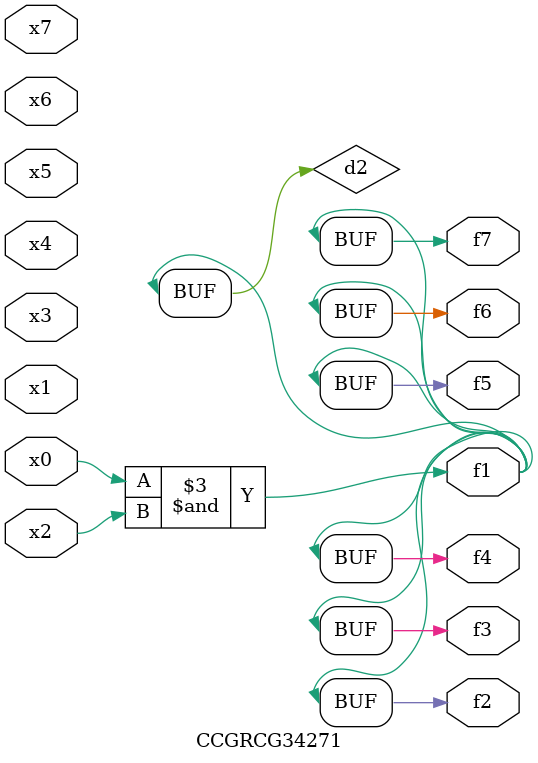
<source format=v>
module CCGRCG34271(
	input x0, x1, x2, x3, x4, x5, x6, x7,
	output f1, f2, f3, f4, f5, f6, f7
);

	wire d1, d2;

	nor (d1, x3, x6);
	and (d2, x0, x2);
	assign f1 = d2;
	assign f2 = d2;
	assign f3 = d2;
	assign f4 = d2;
	assign f5 = d2;
	assign f6 = d2;
	assign f7 = d2;
endmodule

</source>
